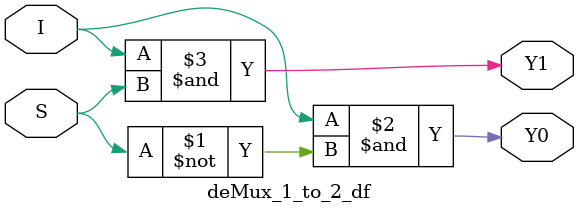
<source format=v>
module deMux_1_to_2_df(	// file.cleaned.mlir:2:3
  input  I,	// file.cleaned.mlir:2:33
         S,	// file.cleaned.mlir:2:45
  output Y0,	// file.cleaned.mlir:2:58
         Y1	// file.cleaned.mlir:2:71
);

  assign Y0 = I & ~S;	// file.cleaned.mlir:4:10, :5:10, :7:5
  assign Y1 = I & S;	// file.cleaned.mlir:6:10, :7:5
endmodule


</source>
